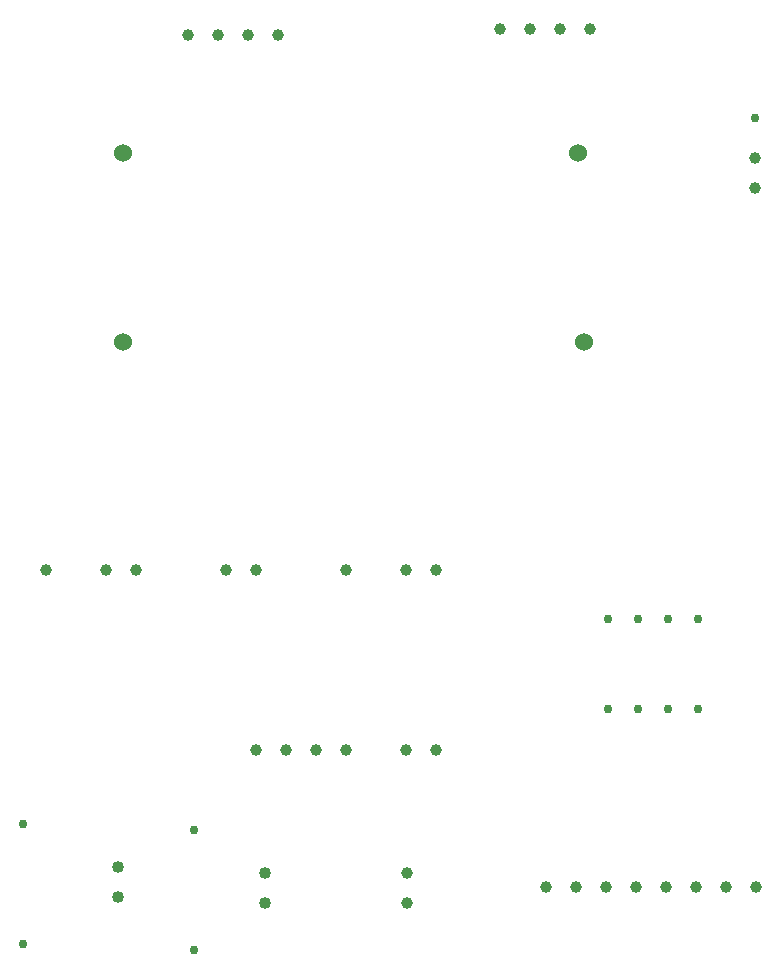
<source format=gbr>
G04 PROTEUS GERBER X2 FILE*
%TF.GenerationSoftware,Labcenter,Proteus,8.15-SP1-Build34318*%
%TF.CreationDate,2023-12-31T19:58:16+00:00*%
%TF.FileFunction,Plated,0,1,PTH*%
%TF.FilePolarity,Positive*%
%TF.Part,Single*%
%TF.SameCoordinates,{e2e6dbda-19b2-4580-b6bd-56b35323d263}*%
%FSLAX45Y45*%
%MOMM*%
G01*
%TA.AperFunction,ComponentDrill*%
%ADD28C,1.000000*%
%TA.AperFunction,ComponentDrill*%
%ADD29C,1.524000*%
%TA.AperFunction,ComponentDrill*%
%ADD72C,0.762000*%
%TA.AperFunction,ComponentDrill*%
%ADD73C,1.016000*%
%TD.AperFunction*%
D28*
X-4408000Y+2042000D03*
X-4662000Y+2042000D03*
X-5170000Y+2042000D03*
X-5424000Y+2042000D03*
X-5678000Y+2042000D03*
X-5932000Y+2042000D03*
X-7710000Y+3566000D03*
X-7202000Y+3566000D03*
X-6948000Y+3566000D03*
X-6186000Y+3566000D03*
X-5932000Y+3566000D03*
X-5170000Y+3566000D03*
X-4662000Y+3566000D03*
X-4408000Y+3566000D03*
D29*
X-3200000Y+7100000D03*
X-3150000Y+5500000D03*
X-7050000Y+5500000D03*
X-7050000Y+7100000D03*
D28*
X-1700000Y+7054000D03*
X-1700000Y+6800000D03*
X-5742000Y+8100000D03*
X-5996000Y+8100000D03*
X-6250000Y+8100000D03*
X-6504000Y+8100000D03*
X-3100000Y+8150000D03*
X-3354000Y+8150000D03*
X-3608000Y+8150000D03*
X-3862000Y+8150000D03*
X-1691000Y+883000D03*
X-1945000Y+883000D03*
X-2199000Y+883000D03*
X-2453000Y+883000D03*
X-2707000Y+883000D03*
X-2961000Y+883000D03*
X-3215000Y+883000D03*
X-3469000Y+883000D03*
X-4650000Y+746000D03*
X-4650000Y+1000000D03*
D72*
X-1700000Y+7400000D03*
X-2950000Y+3150000D03*
X-2696000Y+3150000D03*
X-2442000Y+3150000D03*
X-2188000Y+3150000D03*
X-2188000Y+2388000D03*
X-2442000Y+2388000D03*
X-2696000Y+2388000D03*
X-2950000Y+2388000D03*
D73*
X-5850000Y+750000D03*
X-5850000Y+1004000D03*
X-7100000Y+800000D03*
X-7100000Y+1054000D03*
D72*
X-6450000Y+350000D03*
X-6450000Y+1366000D03*
X-7900000Y+400000D03*
X-7900000Y+1416000D03*
M02*

</source>
